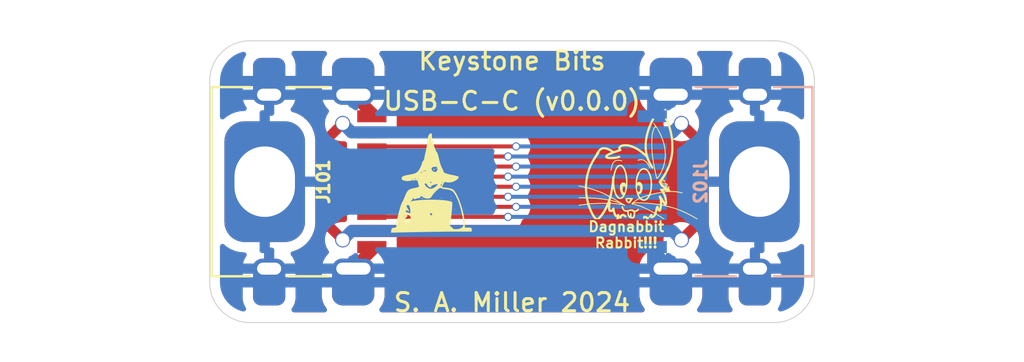
<source format=kicad_pcb>
(kicad_pcb (version 20211014) (generator pcbnew)
  (title_block (title "Keystone Bits") (date "2024") (rev "0.0.0") (company "S. A. Miller") (comment 1 "USB-C-C"))
  (layers (0 "F.Cu" signal) (31 "B.Cu" signal) (34 "B.Paste" user) (35 "F.Paste" user) (36 "B.SilkS" user "B.Silkscreen") (37 "F.SilkS" user "F.Silkscreen") (38 "B.Mask" user) (39 "F.Mask" user) (44 "Edge.Cuts" user))
  (net 0 "")
  (net 1 "GND")
  (net 2 "Vbus")
  (net 3 "CC1")
  (net 4 "CC2")
  (net 5 "UDa+")
  (net 6 "UDa-")
  (net 7 "UDb+")
  (net 8 "UDb-")
  (net 9 "SBU1")
  (net 10 "SBU2")
  (footprint "tinker:DagNabbit" (layer "F.Cu") (at 106 100)
    (fp_text reference "REF**" hide)
    (fp_text value "DagNabbit" hide)
    (fp_text user "Dagnabbit\nRabbit!!!" (at -0.331667 2.64) (layer "F.SilkS") (effects (font (size 0.5 0.5) (thickness 0.1))))
  )
  (footprint "tinker:USB_C_Receptacle_HRO_TYPE-C-NARROW" (layer "F.Cu") (at 85 100 -90)
    (fp_text reference "J101" (at 0 -5.645 90) (layer "F.SilkS") (effects (font (size 0.6 0.6))))
    (fp_text value "USB_C_Receptacle" hide)
    (pad "A1" smd rect (at -3.25 -8.045 270) (size 0.6 1.45) (layers "F.Cu" "F.Paste" "F.Mask") (net 1 "GND"))
    (pad "A4" smd rect (at -2.45 -8.045 270) (size 0.6 1.45) (layers "F.Cu" "F.Paste" "F.Mask") (net 2 "Vbus"))
    (pad "A4" thru_hole circle (at -2.89 -6.6 270) (size 0.75 0.75) (drill 0.65) (layers *.Cu *.Mask) (remove_unused_layers) (net 2 "Vbus"))
    (pad "A5" smd rect (at -1.25 -8.045 270) (size 0.3 1.45) (layers "F.Cu" "F.Paste" "F.Mask") (net 3 "CC1"))
    (pad "A6" smd rect (at -0.25 -8.045 270) (size 0.3 1.45) (layers "F.Cu" "F.Paste" "F.Mask") (net 5 "UDa+"))
    (pad "A7" smd rect (at 0.25 -8.045 270) (size 0.3 1.45) (layers "F.Cu" "F.Paste" "F.Mask") (net 6 "UDa-"))
    (pad "A8" smd rect (at 1.25 -8.045 270) (size 0.3 1.45) (layers "F.Cu" "F.Paste" "F.Mask") (net 9 "SBU1"))
    (pad "A9" thru_hole circle (at 2.89 -6.6 270) (size 0.75 0.75) (drill 0.65) (layers *.Cu *.Mask) (remove_unused_layers) (net 2 "Vbus"))
    (pad "A9" smd rect (at 2.45 -8.045 270) (size 0.6 1.45) (layers "F.Cu" "F.Paste" "F.Mask") (net 2 "Vbus"))
    (pad "A12" smd rect (at 3.25 -8.045 270) (size 0.6 1.45) (layers "F.Cu" "F.Paste" "F.Mask") (net 1 "GND"))
    (pad "B5" smd rect (at 1.75 -8.045 270) (size 0.3 1.45) (layers "F.Cu" "F.Paste" "F.Mask") (net 4 "CC2"))
    (pad "B6" smd rect (at 0.75 -8.045 270) (size 0.3 1.45) (layers "F.Cu" "F.Paste" "F.Mask") (net 7 "UDb+"))
    (pad "B7" smd rect (at -0.75 -8.045 270) (size 0.3 1.45) (layers "F.Cu" "F.Paste" "F.Mask") (net 8 "UDb-"))
    (pad "B8" smd rect (at -1.75 -8.045 270) (size 0.3 1.45) (layers "F.Cu" "F.Paste" "F.Mask") (net 10 "SBU2"))
    (pad "S1" smd roundrect (at -5 -2.95 270) (size 2.3 1.6) (layers "B.Cu" "B.Paste" "B.Mask") (net 1 "GND"))
    (pad "S1" thru_hole oval (at -4.32 -2.95 270) (size 1 1.6) (drill oval 0.6 1.2) (layers *.Cu *.Mask) (net 1 "GND"))
    (pad "S1" smd roundrect (at -5 -7.118205 270) (size 2.3 2.1) (layers "B.Cu" "B.Paste" "B.Mask") (net 1 "GND"))
    (pad "S1" thru_hole oval (at 4.32 -7.13 270) (size 1 2.1) (drill oval 0.6 1.7) (layers *.Cu *.Mask) (net 1 "GND"))
    (pad "S1" smd roundrect (at 5 -2.95 270) (size 2.3 1.6) (layers "F.Cu" "F.Paste" "F.Mask") (net 1 "GND"))
    (pad "S1" thru_hole oval (at -4.32 -7.13 270) (size 1 2.1) (drill oval 0.6 1.7) (layers *.Cu *.Mask) (net 1 "GND"))
    (pad "S1" smd roundrect (at 5 -7.118205 270) (size 2.3 2.1) (layers "F.Cu" "F.Paste" "F.Mask") (net 1 "GND"))
    (pad "S1" thru_hole roundrect (at 0 -2.73 90) (size 6 4) (drill oval 3.5 3) (layers *.Cu *.Mask) (net 1 "GND"))
    (pad "S1" smd roundrect (at 5 -7.118205 270) (size 2.3 2.1) (layers "B.Cu" "B.Paste" "B.Mask") (net 1 "GND"))
    (pad "S1" smd roundrect (at 5 -2.95 270) (size 2.3 1.6) (layers "B.Cu" "B.Paste" "B.Mask") (net 1 "GND"))
    (pad "S1" smd roundrect (at -5 -7.118205 270) (size 2.3 2.1) (layers "F.Cu" "F.Paste" "F.Mask") (net 1 "GND"))
    (pad "S1" thru_hole oval (at 4.32 -2.95 270) (size 1 1.6) (drill oval 0.6 1.2) (layers *.Cu *.Mask) (net 1 "GND"))
    (pad "S1" smd roundrect (at -5 -2.95 270) (size 2.3 1.6) (layers "F.Cu" "F.Paste" "F.Mask") (net 1 "GND"))
  )
  (footprint "tinker:NerdMage" (layer "F.Cu") (at 96 100)
    (fp_text reference "G***" hide)
    (fp_text value "LOGO" hide)
  )
  (footprint "tinker:USB_C_Receptacle_HRO_TYPE-C-NARROW" (layer "B.Cu") (at 115 100 -90)
    (fp_text reference "J102" (at 0 5.645 90) (layer "B.SilkS") (effects (font (size 0.6 0.6)) (justify mirror)))
    (fp_text value "USB_C_Receptacle" hide)
    (pad "A1" smd rect (at -3.25 8.045 270) (size 0.6 1.45) (layers "B.Cu" "B.Paste" "B.Mask") (net 1 "GND"))
    (pad "A4" smd rect (at -2.45 8.045 270) (size 0.6 1.45) (layers "B.Cu" "B.Paste" "B.Mask") (net 2 "Vbus"))
    (pad "A4" thru_hole circle (at -2.89 6.6 270) (size 0.75 0.75) (drill 0.65) (layers *.Cu *.Mask) (remove_unused_layers) (net 2 "Vbus"))
    (pad "A5" smd rect (at -1.25 8.045 270) (size 0.3 1.45) (layers "B.Cu" "B.Paste" "B.Mask") (net 3 "CC1"))
    (pad "A6" smd rect (at -0.25 8.045 270) (size 0.3 1.45) (layers "B.Cu" "B.Paste" "B.Mask") (net 5 "UDa+"))
    (pad "A7" smd rect (at 0.25 8.045 270) (size 0.3 1.45) (layers "B.Cu" "B.Paste" "B.Mask") (net 6 "UDa-"))
    (pad "A8" smd rect (at 1.25 8.045 270) (size 0.3 1.45) (layers "B.Cu" "B.Paste" "B.Mask") (net 9 "SBU1"))
    (pad "A9" smd rect (at 2.45 8.045 270) (size 0.6 1.45) (layers "B.Cu" "B.Paste" "B.Mask") (net 2 "Vbus"))
    (pad "A9" thru_hole circle (at 2.89 6.6 270) (size 0.75 0.75) (drill 0.65) (layers *.Cu *.Mask) (remove_unused_layers) (net 2 "Vbus"))
    (pad "A12" smd rect (at 3.25 8.045 270) (size 0.6 1.45) (layers "B.Cu" "B.Paste" "B.Mask") (net 1 "GND"))
    (pad "B5" smd rect (at 1.75 8.045 270) (size 0.3 1.45) (layers "B.Cu" "B.Paste" "B.Mask") (net 4 "CC2"))
    (pad "B6" smd rect (at 0.75 8.045 270) (size 0.3 1.45) (layers "B.Cu" "B.Paste" "B.Mask") (net 7 "UDb+"))
    (pad "B7" smd rect (at -0.75 8.045 270) (size 0.3 1.45) (layers "B.Cu" "B.Paste" "B.Mask") (net 8 "UDb-"))
    (pad "B8" smd rect (at -1.75 8.045 270) (size 0.3 1.45) (layers "B.Cu" "B.Paste" "B.Mask") (net 10 "SBU2"))
    (pad "S1" smd roundrect (at -5 7.118205 270) (size 2.3 2.1) (layers "B.Cu" "B.Paste" "B.Mask") (net 1 "GND"))
    (pad "S1" smd roundrect (at 5 7.118205 270) (size 2.3 2.1) (layers "B.Cu" "B.Paste" "B.Mask") (net 1 "GND"))
    (pad "S1" smd roundrect (at 5 2.95 270) (size 2.3 1.6) (layers "F.Cu" "F.Paste" "F.Mask") (net 1 "GND"))
    (pad "S1" smd roundrect (at -5 2.95 270) (size 2.3 1.6) (layers "B.Cu" "B.Paste" "B.Mask") (net 1 "GND"))
    (pad "S1" smd roundrect (at 5 2.95 270) (size 2.3 1.6) (layers "B.Cu" "B.Paste" "B.Mask") (net 1 "GND"))
    (pad "S1" thru_hole oval (at -4.32 7.13 270) (size 1 2.1) (drill oval 0.6 1.7) (layers *.Cu *.Mask) (net 1 "GND"))
    (pad "S1" thru_hole roundrect (at 0 2.73 90) (size 6 4) (drill oval 3.5 3) (layers *.Cu *.Mask) (net 1 "GND"))
    (pad "S1" thru_hole oval (at 4.32 7.13 270) (size 1 2.1) (drill oval 0.6 1.7) (layers *.Cu *.Mask) (net 1 "GND"))
    (pad "S1" smd roundrect (at -5 7.118205 270) (size 2.3 2.1) (layers "F.Cu" "F.Paste" "F.Mask") (net 1 "GND"))
    (pad "S1" smd roundrect (at -5 2.95 270) (size 2.3 1.6) (layers "F.Cu" "F.Paste" "F.Mask") (net 1 "GND"))
    (pad "S1" thru_hole oval (at -4.32 2.95 270) (size 1 1.6) (drill oval 0.6 1.2) (layers *.Cu *.Mask) (net 1 "GND"))
    (pad "S1" smd roundrect (at 5 7.118205 270) (size 2.3 2.1) (layers "F.Cu" "F.Paste" "F.Mask") (net 1 "GND"))
    (pad "S1" thru_hole oval (at 4.32 2.95 270) (size 1 1.6) (drill oval 0.6 1.2) (layers *.Cu *.Mask) (net 1 "GND"))
  )
  (gr_line (start 87 107) (end 113 107) (layer "Edge.Cuts") (width 0.05))
  (gr_arc (start 85 95) (mid 85.585786 93.585786) (end 87 93) (layer "Edge.Cuts") (width 0.05))
  (gr_line (start 113 93) (end 87 93) (layer "Edge.Cuts") (width 0.05))
  (gr_arc (start 115 105) (mid 114.414214 106.414214) (end 113 107) (layer "Edge.Cuts") (width 0.05))
  (gr_line (start 115 105) (end 115 95) (layer "Edge.Cuts") (width 0.05))
  (gr_arc (start 87 107) (mid 85.585786 106.414214) (end 85 105) (layer "Edge.Cuts") (width 0.05))
  (gr_arc (start 113 93) (mid 114.414214 93.585786) (end 115 95) (layer "Edge.Cuts") (width 0.05))
  (gr_line (start 85 95) (end 85 105) (layer "Edge.Cuts") (width 0.05))
  (gr_text "${COMMENT1} (v${REVISION})" (at 100 96) (layer "F.SilkS") (effects (font (size 0.9 0.9))))
  (gr_text "${TITLE}" (at 100 94) (layer "F.SilkS") (effects (font (size 0.9 0.9))))
  (gr_text "${COMPANY} ${ISSUE_DATE}" (at 100 106) (layer "F.SilkS") (effects (font (size 0.9 0.9))))
  (segment (start 93.045 103.25) (end 93.045 103.405) (width 0.6) (layer "F.Cu") (net 1))
  (segment (start 93.045 96.75) (end 93.045 96.595) (width 0.6) (layer "F.Cu") (net 1))
  (segment (start 93.045 96.595) (end 92.13 95.68) (width 0.6) (layer "F.Cu") (net 1))
  (segment (start 93.045 103.405) (end 92.13 104.32) (width 0.6) (layer "F.Cu") (net 1))
  (segment (start 106.955 96.75) (end 106.955 96.595) (width 0.6) (layer "B.Cu") (net 1))
  (segment (start 106.955 103.25) (end 106.955 103.405) (width 0.6) (layer "B.Cu") (net 1))
  (segment (start 106.955 96.595) (end 107.87 95.68) (width 0.6) (layer "B.Cu") (net 1))
  (segment (start 106.955 103.405) (end 107.87 104.32) (width 0.6) (layer "B.Cu") (net 1))
  (segment (start 93.045 102.45) (end 92.04 102.45) (width 0.6) (layer "F.Cu") (net 2))
  (segment (start 93.045 102.45) (end 107.96 102.45) (width 0.6) (layer "F.Cu") (net 2))
  (segment (start 92.04 97.55) (end 91.6 97.11) (width 0.6) (layer "F.Cu") (net 2))
  (segment (start 93.045 97.55) (end 92.04 97.55) (width 0.6) (layer "F.Cu") (net 2))
  (segment (start 92.04 102.45) (end 91.6 102.89) (width 0.6) (layer "F.Cu") (net 2))
  (segment (start 93.045 97.55) (end 107.96 97.55) (width 0.6) (layer "F.Cu") (net 2))
  (segment (start 107.96 97.55) (end 108.4 97.11) (width 0.6) (layer "F.Cu") (net 2))
  (segment (start 107.96 102.45) (end 108.4 102.89) (width 0.6) (layer "F.Cu") (net 2))
  (segment (start 107.96 97.55) (end 108.4 97.11) (width 0.6) (layer "B.Cu") (net 2))
  (segment (start 106.955 102.45) (end 92.04 102.45) (width 0.6) (layer "B.Cu") (net 2))
  (segment (start 92.04 102.45) (end 91.6 102.89) (width 0.6) (layer "B.Cu") (net 2))
  (segment (start 92.04 97.55) (end 91.6 97.11) (width 0.6) (layer "B.Cu") (net 2))
  (segment (start 107.96 102.45) (end 108.4 102.89) (width 0.6) (layer "B.Cu") (net 2))
  (segment (start 106.955 97.55) (end 92.04 97.55) (width 0.6) (layer "B.Cu") (net 2))
  (segment (start 106.955 102.45) (end 107.96 102.45) (width 0.6) (layer "B.Cu") (net 2))
  (segment (start 106.955 97.55) (end 107.96 97.55) (width 0.6) (layer "B.Cu") (net 2))
  (segment (start 99.8 98.75) (end 93.045 98.75) (width 0.2) (layer "F.Cu") (net 3))
  (via (at 99.8 98.75) (size 0.4) (drill 0.3) (layers "F.Cu" "B.Cu") (net 3))
  (segment (start 106.955 98.75) (end 99.8 98.75) (width 0.2) (layer "B.Cu") (net 3))
  (segment (start 93.045 101.75) (end 99.8 101.75) (width 0.2) (layer "F.Cu") (net 4))
  (via (at 99.8 101.75) (size 0.4) (drill 0.3) (layers "F.Cu" "B.Cu") (net 4))
  (segment (start 106.955 101.75) (end 99.8 101.75) (width 0.2) (layer "B.Cu") (net 4))
  (segment (start 93.045 99.75) (end 99.8 99.75) (width 0.2) (layer "F.Cu") (net 5))
  (via (at 99.8 99.75) (size 0.4) (drill 0.3) (layers "F.Cu" "B.Cu") (net 5))
  (segment (start 106.955 99.75) (end 99.8 99.75) (width 0.2) (layer "B.Cu") (net 5))
  (segment (start 93.045 100.25) (end 100.2 100.25) (width 0.2) (layer "F.Cu") (net 6))
  (via (at 100.2 100.25) (size 0.4) (drill 0.3) (layers "F.Cu" "B.Cu") (net 6))
  (segment (start 100.2 100.25) (end 106.955 100.25) (width 0.2) (layer "B.Cu") (net 6))
  (segment (start 99.8 100.75) (end 93.045 100.75) (width 0.2) (layer "F.Cu") (net 7))
  (via (at 99.8 100.75) (size 0.4) (drill 0.3) (layers "F.Cu" "B.Cu") (net 7))
  (segment (start 106.955 100.75) (end 99.8 100.75) (width 0.2) (layer "B.Cu") (net 7))
  (segment (start 93.045 99.25) (end 100.2 99.25) (width 0.2) (layer "F.Cu") (net 8))
  (via (at 100.2 99.25) (size 0.4) (drill 0.3) (layers "F.Cu" "B.Cu") (net 8))
  (segment (start 100.2 99.25) (end 106.955 99.25) (width 0.2) (layer "B.Cu") (net 8))
  (segment (start 93.045 101.25) (end 100.2 101.25) (width 0.2) (layer "F.Cu") (net 9))
  (via (at 100.2 101.25) (size 0.4) (drill 0.3) (layers "F.Cu" "B.Cu") (net 9))
  (segment (start 100.2 101.25) (end 106.955 101.25) (width 0.2) (layer "B.Cu") (net 9))
  (segment (start 93.045 98.25) (end 100.2 98.25) (width 0.2) (layer "F.Cu") (net 10))
  (via (at 100.2 98.25) (size 0.4) (drill 0.3) (layers "F.Cu" "B.Cu") (net 10))
  (segment (start 100.2 98.25) (end 106.955 98.25) (width 0.2) (layer "B.Cu") (net 10))
  (zone (net 2) (net_name "Vbus") (layer "F.Cu") (connect_pads (clearance 0.508)) (min_thickness 0.254) (fill yes (thermal_gap 0.508) (thermal_bridge_width 0.508))
    (polygon (pts (xy 116.294311 108.959481) (xy 83.870853 108.958534) (xy 83.8708 90.9752) (xy 116.345058 90.976147)))
  )
  (zone (net 1) (net_name "GND") (layer "B.Cu") (connect_pads (clearance 0.508)) (min_thickness 0.254) (fill yes (thermal_gap 0.508) (thermal_bridge_width 0.508))
    (polygon (pts (xy 115.723176 108.500193) (xy 84.429553 108.50102) (xy 84.4296 91.534) (xy 115.672423 91.533173)))
  )
)
</source>
